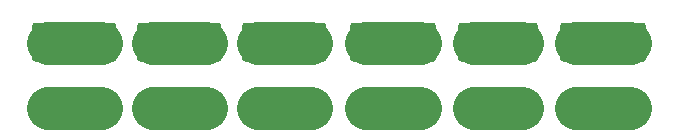
<source format=gbr>
%TF.GenerationSoftware,KiCad,Pcbnew,(5.1.9)-1*%
%TF.CreationDate,2021-11-14T17:32:34-07:00*%
%TF.ProjectId,ABSIS_AUX_Bulkhead_Connector,41425349-535f-4415-9558-5f42756c6b68,rev?*%
%TF.SameCoordinates,Original*%
%TF.FileFunction,Copper,L2,Bot*%
%TF.FilePolarity,Positive*%
%FSLAX46Y46*%
G04 Gerber Fmt 4.6, Leading zero omitted, Abs format (unit mm)*
G04 Created by KiCad (PCBNEW (5.1.9)-1) date 2021-11-14 17:32:34*
%MOMM*%
%LPD*%
G01*
G04 APERTURE LIST*
%TA.AperFunction,ComponentPad*%
%ADD10O,2.700000X3.300000*%
%TD*%
%TA.AperFunction,Conductor*%
%ADD11C,3.657600*%
%TD*%
G04 APERTURE END LIST*
D10*
%TO.P,J12,2*%
%TO.N,/F2*%
X161036000Y-67730000D03*
%TO.P,J12,1*%
%TO.N,/F1*%
%TA.AperFunction,ComponentPad*%
G36*
G01*
X162386000Y-60830001D02*
X162386000Y-63629999D01*
G75*
G02*
X162135999Y-63880000I-250001J0D01*
G01*
X159936001Y-63880000D01*
G75*
G02*
X159686000Y-63629999I0J250001D01*
G01*
X159686000Y-60830001D01*
G75*
G02*
X159936001Y-60580000I250001J0D01*
G01*
X162135999Y-60580000D01*
G75*
G02*
X162386000Y-60830001I0J-250001D01*
G01*
G37*
%TD.AperFunction*%
%TD*%
%TO.P,J11,2*%
%TO.N,/E2*%
X151892000Y-67730000D03*
%TO.P,J11,1*%
%TO.N,/E1*%
%TA.AperFunction,ComponentPad*%
G36*
G01*
X153242000Y-60830001D02*
X153242000Y-63629999D01*
G75*
G02*
X152991999Y-63880000I-250001J0D01*
G01*
X150792001Y-63880000D01*
G75*
G02*
X150542000Y-63629999I0J250001D01*
G01*
X150542000Y-60830001D01*
G75*
G02*
X150792001Y-60580000I250001J0D01*
G01*
X152991999Y-60580000D01*
G75*
G02*
X153242000Y-60830001I0J-250001D01*
G01*
G37*
%TD.AperFunction*%
%TD*%
%TO.P,J10,2*%
%TO.N,/D2*%
X143256000Y-67730000D03*
%TO.P,J10,1*%
%TO.N,/D1*%
%TA.AperFunction,ComponentPad*%
G36*
G01*
X144606000Y-60830001D02*
X144606000Y-63629999D01*
G75*
G02*
X144355999Y-63880000I-250001J0D01*
G01*
X142156001Y-63880000D01*
G75*
G02*
X141906000Y-63629999I0J250001D01*
G01*
X141906000Y-60830001D01*
G75*
G02*
X142156001Y-60580000I250001J0D01*
G01*
X144355999Y-60580000D01*
G75*
G02*
X144606000Y-60830001I0J-250001D01*
G01*
G37*
%TD.AperFunction*%
%TD*%
%TO.P,J9,2*%
%TO.N,/C2*%
X133985000Y-67730000D03*
%TO.P,J9,1*%
%TO.N,/C1*%
%TA.AperFunction,ComponentPad*%
G36*
G01*
X135335000Y-60830001D02*
X135335000Y-63629999D01*
G75*
G02*
X135084999Y-63880000I-250001J0D01*
G01*
X132885001Y-63880000D01*
G75*
G02*
X132635000Y-63629999I0J250001D01*
G01*
X132635000Y-60830001D01*
G75*
G02*
X132885001Y-60580000I250001J0D01*
G01*
X135084999Y-60580000D01*
G75*
G02*
X135335000Y-60830001I0J-250001D01*
G01*
G37*
%TD.AperFunction*%
%TD*%
%TO.P,J8,2*%
%TO.N,/B2*%
X125095000Y-67730000D03*
%TO.P,J8,1*%
%TO.N,/B1*%
%TA.AperFunction,ComponentPad*%
G36*
G01*
X126445000Y-60830001D02*
X126445000Y-63629999D01*
G75*
G02*
X126194999Y-63880000I-250001J0D01*
G01*
X123995001Y-63880000D01*
G75*
G02*
X123745000Y-63629999I0J250001D01*
G01*
X123745000Y-60830001D01*
G75*
G02*
X123995001Y-60580000I250001J0D01*
G01*
X126194999Y-60580000D01*
G75*
G02*
X126445000Y-60830001I0J-250001D01*
G01*
G37*
%TD.AperFunction*%
%TD*%
%TO.P,J7,2*%
%TO.N,/A2*%
X116205000Y-67730000D03*
%TO.P,J7,1*%
%TO.N,/A1*%
%TA.AperFunction,ComponentPad*%
G36*
G01*
X117555000Y-60830001D02*
X117555000Y-63629999D01*
G75*
G02*
X117304999Y-63880000I-250001J0D01*
G01*
X115105001Y-63880000D01*
G75*
G02*
X114855000Y-63629999I0J250001D01*
G01*
X114855000Y-60830001D01*
G75*
G02*
X115105001Y-60580000I250001J0D01*
G01*
X117304999Y-60580000D01*
G75*
G02*
X117555000Y-60830001I0J-250001D01*
G01*
G37*
%TD.AperFunction*%
%TD*%
%TO.P,J6,2*%
%TO.N,/F2*%
X156464000Y-67730000D03*
%TO.P,J6,1*%
%TO.N,/F1*%
%TA.AperFunction,ComponentPad*%
G36*
G01*
X155114000Y-63629999D02*
X155114000Y-60830001D01*
G75*
G02*
X155364001Y-60580000I250001J0D01*
G01*
X157563999Y-60580000D01*
G75*
G02*
X157814000Y-60830001I0J-250001D01*
G01*
X157814000Y-63629999D01*
G75*
G02*
X157563999Y-63880000I-250001J0D01*
G01*
X155364001Y-63880000D01*
G75*
G02*
X155114000Y-63629999I0J250001D01*
G01*
G37*
%TD.AperFunction*%
%TD*%
%TO.P,J5,2*%
%TO.N,/E2*%
X147828000Y-67730000D03*
%TO.P,J5,1*%
%TO.N,/E1*%
%TA.AperFunction,ComponentPad*%
G36*
G01*
X146478000Y-63629999D02*
X146478000Y-60830001D01*
G75*
G02*
X146728001Y-60580000I250001J0D01*
G01*
X148927999Y-60580000D01*
G75*
G02*
X149178000Y-60830001I0J-250001D01*
G01*
X149178000Y-63629999D01*
G75*
G02*
X148927999Y-63880000I-250001J0D01*
G01*
X146728001Y-63880000D01*
G75*
G02*
X146478000Y-63629999I0J250001D01*
G01*
G37*
%TD.AperFunction*%
%TD*%
%TO.P,J4,2*%
%TO.N,/D2*%
X138684000Y-67730000D03*
%TO.P,J4,1*%
%TO.N,/D1*%
%TA.AperFunction,ComponentPad*%
G36*
G01*
X137334000Y-63629999D02*
X137334000Y-60830001D01*
G75*
G02*
X137584001Y-60580000I250001J0D01*
G01*
X139783999Y-60580000D01*
G75*
G02*
X140034000Y-60830001I0J-250001D01*
G01*
X140034000Y-63629999D01*
G75*
G02*
X139783999Y-63880000I-250001J0D01*
G01*
X137584001Y-63880000D01*
G75*
G02*
X137334000Y-63629999I0J250001D01*
G01*
G37*
%TD.AperFunction*%
%TD*%
%TO.P,J3,2*%
%TO.N,/C2*%
X129540000Y-67730000D03*
%TO.P,J3,1*%
%TO.N,/C1*%
%TA.AperFunction,ComponentPad*%
G36*
G01*
X128190000Y-63629999D02*
X128190000Y-60830001D01*
G75*
G02*
X128440001Y-60580000I250001J0D01*
G01*
X130639999Y-60580000D01*
G75*
G02*
X130890000Y-60830001I0J-250001D01*
G01*
X130890000Y-63629999D01*
G75*
G02*
X130639999Y-63880000I-250001J0D01*
G01*
X128440001Y-63880000D01*
G75*
G02*
X128190000Y-63629999I0J250001D01*
G01*
G37*
%TD.AperFunction*%
%TD*%
%TO.P,J2,2*%
%TO.N,/B2*%
X120650000Y-67730000D03*
%TO.P,J2,1*%
%TO.N,/B1*%
%TA.AperFunction,ComponentPad*%
G36*
G01*
X119300000Y-63629999D02*
X119300000Y-60830001D01*
G75*
G02*
X119550001Y-60580000I250001J0D01*
G01*
X121749999Y-60580000D01*
G75*
G02*
X122000000Y-60830001I0J-250001D01*
G01*
X122000000Y-63629999D01*
G75*
G02*
X121749999Y-63880000I-250001J0D01*
G01*
X119550001Y-63880000D01*
G75*
G02*
X119300000Y-63629999I0J250001D01*
G01*
G37*
%TD.AperFunction*%
%TD*%
%TO.P,J1,2*%
%TO.N,/A2*%
X111760000Y-67730000D03*
%TO.P,J1,1*%
%TO.N,/A1*%
%TA.AperFunction,ComponentPad*%
G36*
G01*
X110410000Y-63629999D02*
X110410000Y-60830001D01*
G75*
G02*
X110660001Y-60580000I250001J0D01*
G01*
X112859999Y-60580000D01*
G75*
G02*
X113110000Y-60830001I0J-250001D01*
G01*
X113110000Y-63629999D01*
G75*
G02*
X112859999Y-63880000I-250001J0D01*
G01*
X110660001Y-63880000D01*
G75*
G02*
X110410000Y-63629999I0J250001D01*
G01*
G37*
%TD.AperFunction*%
%TD*%
D11*
%TO.N,/A2*%
X116205000Y-67818000D02*
X111760000Y-67818000D01*
%TO.N,/A1*%
X111760000Y-62318000D02*
X116205000Y-62318000D01*
%TO.N,/B2*%
X125095000Y-67818000D02*
X120650000Y-67818000D01*
%TO.N,/B1*%
X125095000Y-62318000D02*
X120650000Y-62318000D01*
%TO.N,/C2*%
X133985000Y-67818000D02*
X129540000Y-67818000D01*
%TO.N,/C1*%
X133985000Y-62318000D02*
X129540000Y-62318000D01*
%TO.N,/D1*%
X143256000Y-62318000D02*
X138684000Y-62318000D01*
%TO.N,/D2*%
X138684000Y-67818000D02*
X143256000Y-67818000D01*
%TO.N,/E1*%
X151892000Y-62318000D02*
X147828000Y-62318000D01*
%TO.N,/E2*%
X147828000Y-67818000D02*
X151892000Y-67818000D01*
%TO.N,/F1*%
X161036000Y-62318000D02*
X156464000Y-62318000D01*
%TO.N,/F2*%
X156464000Y-67818000D02*
X161036000Y-67818000D01*
%TD*%
M02*

</source>
